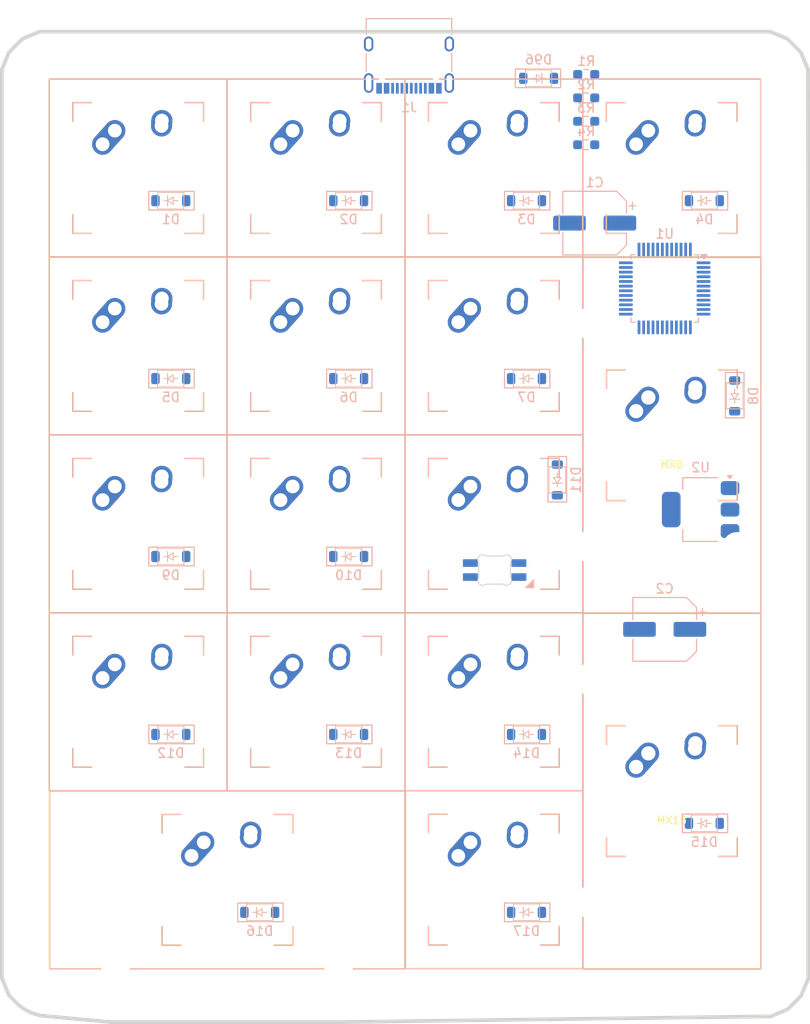
<source format=kicad_pcb>
(kicad_pcb (version 20240108) (generator "pcbnew") (generator_version "8.0")
  (layers (0 "F.Cu" signal) (31 "B.Cu" signal) (34 "B.Paste" user) (35 "F.Paste" user) (36 "B.SilkS" user "B.Silkscreen") (37 "F.SilkS" user "F.Silkscreen") (38 "B.Mask" user) (39 "F.Mask" user) (44 "Edge.Cuts" user))
  (net 0 "")
  (net 10 "Net-(U1-VSS-Pad23)")
  (net 43 "COL2")
  (net 44 "COL3")
  (net 45 "COL4")
  (net 46 "GND")
  (net 47 "Net-(D96-A)")
  (net 48 "Net-(J1-CC1)")
  (net 49 "Net-(J1-CC2)")
  (net 50 "COL1")
  (net 51 "Net-(J1-D+-PadA6)")
  (net 52 "Net-(J1-D--PadA7)")
  (net 53 "Net-(D1-A)")
  (net 58 "Net-(D2-A)")
  (net 59 "Net-(D3-A)")
  (net 60 "Net-(D4-A)")
  (net 61 "Net-(D5-A)")
  (net 62 "Net-(D6-A)")
  (net 63 "Net-(D7-A)")
  (net 64 "Net-(D8-A)")
  (net 65 "Net-(D9-A)")
  (net 66 "Net-(D10-A)")
  (net 67 "Net-(D11-A)")
  (net 68 "Net-(D12-A)")
  (net 69 "Net-(D13-A)")
  (net 70 "Net-(D14-A)")
  (net 71 "Net-(D15-A)")
  (net 72 "Net-(D16-A)")
  (net 73 "Net-(D17-A)")
  (net 74 "5V")
  (net 75 "D-")
  (net 76 "D+")
  (net 77 "ROW1")
  (net 78 "ROW2")
  (net 79 "ROW3")
  (net 80 "ROW4")
  (net 81 "ROW5")
  (net 82 "Net-(U2-GND)")
  (net 83 "3V3")
  (footprint "MX_Alps_Hybrid:MX-1U-NoLED" (layer "F.Cu") (at 57.15 95.25)
    (property "Reference" "MX13" (hide yes))
    (property "Value" "MX-NoLED")
    (pad "" np_thru_hole circle (at -5.08 0 48.0996) (size 1.75 1.75) (drill 1.75) (layers "*.Cu" "*.Mask"))
    (pad "" np_thru_hole circle (at 0 0) (size 3.9878 3.9878) (drill 3.9878) (layers "*.Cu" "*.Mask"))
    (pad "" np_thru_hole circle (at 5.08 0 48.0996) (size 1.75 1.75) (drill 1.75) (layers "*.Cu" "*.Mask"))
    (pad "1" thru_hole oval (at -3.81 -2.54 48.0996) (size 4.211556 2.25) (drill 1.47 (offset 0.980778 0)) (layers "*.Cu" "B.Mask") (net 43 "COL2"))
    (pad "1" thru_hole circle (at -2.5 -4) (size 2.25 2.25) (drill 1.47) (layers "*.Cu" "B.Mask") (net 43 "COL2"))
    (pad "2" thru_hole oval (at 2.5 -4.5 86.0548) (size 2.831378 2.25) (drill 1.47 (offset 0.290689 0)) (layers "*.Cu" "B.Mask") (net 69 "Net-(D13-A)"))
    (pad "2" thru_hole circle (at 2.54 -5.08) (size 2.25 2.25) (drill 1.47) (layers "*.Cu" "B.Mask") (net 69 "Net-(D13-A)"))
  )
  (footprint "MX_Alps_Hybrid:MX-1U-NoLED" (layer "F.Cu") (at 95.25 38.1)
    (property "Reference" "MX4" (hide yes))
    (property "Value" "MX-NoLED")
    (pad "" np_thru_hole circle (at -5.08 0 48.0996) (size 1.75 1.75) (drill 1.75) (layers "*.Cu" "*.Mask"))
    (pad "" np_thru_hole circle (at 0 0) (size 3.9878 3.9878) (drill 3.9878) (layers "*.Cu" "*.Mask"))
    (pad "" np_thru_hole circle (at 5.08 0 48.0996) (size 1.75 1.75) (drill 1.75) (layers "*.Cu" "*.Mask"))
    (pad "1" thru_hole oval (at -3.81 -2.54 48.0996) (size 4.211556 2.25) (drill 1.47 (offset 0.980778 0)) (layers "*.Cu" "B.Mask") (net 45 "COL4"))
    (pad "1" thru_hole circle (at -2.5 -4) (size 2.25 2.25) (drill 1.47) (layers "*.Cu" "B.Mask") (net 45 "COL4"))
    (pad "2" thru_hole oval (at 2.5 -4.5 86.0548) (size 2.831378 2.25) (drill 1.47 (offset 0.290689 0)) (layers "*.Cu" "B.Mask") (net 60 "Net-(D4-A)"))
    (pad "2" thru_hole circle (at 2.54 -5.08) (size 2.25 2.25) (drill 1.47) (layers "*.Cu" "B.Mask") (net 60 "Net-(D4-A)"))
  )
  (footprint "MX_Alps_Hybrid:MX-1U-NoLED" (layer "F.Cu") (at 76.2 38.1)
    (property "Reference" "MX3" (hide yes))
    (property "Value" "MX-NoLED")
    (pad "" np_thru_hole circle (at -5.08 0 48.0996) (size 1.75 1.75) (drill 1.75) (layers "*.Cu" "*.Mask"))
    (pad "" np_thru_hole circle (at 0 0) (size 3.9878 3.9878) (drill 3.9878) (layers "*.Cu" "*.Mask"))
    (pad "" np_thru_hole circle (at 5.08 0 48.0996) (size 1.75 1.75) (drill 1.75) (layers "*.Cu" "*.Mask"))
    (pad "1" thru_hole oval (at -3.81 -2.54 48.0996) (size 4.211556 2.25) (drill 1.47 (offset 0.980778 0)) (layers "*.Cu" "B.Mask") (net 44 "COL3"))
    (pad "1" thru_hole circle (at -2.5 -4) (size 2.25 2.25) (drill 1.47) (layers "*.Cu" "B.Mask") (net 44 "COL3"))
    (pad "2" thru_hole oval (at 2.5 -4.5 86.0548) (size 2.831378 2.25) (drill 1.47 (offset 0.290689 0)) (layers "*.Cu" "B.Mask") (net 59 "Net-(D3-A)"))
    (pad "2" thru_hole circle (at 2.54 -5.08) (size 2.25 2.25) (drill 1.47) (layers "*.Cu" "B.Mask") (net 59 "Net-(D3-A)"))
  )
  (footprint "MX_Alps_Hybrid:MX-1U-NoLED" (layer "F.Cu") (at 38.1 76.2)
    (property "Reference" "MX9" (hide yes))
    (property "Value" "MX-NoLED")
    (pad "" np_thru_hole circle (at -5.08 0 48.0996) (size 1.75 1.75) (drill 1.75) (layers "*.Cu" "*.Mask"))
    (pad "" np_thru_hole circle (at 0 0) (size 3.9878 3.9878) (drill 3.9878) (layers "*.Cu" "*.Mask"))
    (pad "" np_thru_hole circle (at 5.08 0 48.0996) (size 1.75 1.75) (drill 1.75) (layers "*.Cu" "*.Mask"))
    (pad "1" thru_hole oval (at -3.81 -2.54 48.0996) (size 4.211556 2.25) (drill 1.47 (offset 0.980778 0)) (layers "*.Cu" "B.Mask") (net 50 "COL1"))
    (pad "1" thru_hole circle (at -2.5 -4) (size 2.25 2.25) (drill 1.47) (layers "*.Cu" "B.Mask") (net 50 "COL1"))
    (pad "2" thru_hole oval (at 2.5 -4.5 86.0548) (size 2.831378 2.25) (drill 1.47 (offset 0.290689 0)) (layers "*.Cu" "B.Mask") (net 65 "Net-(D9-A)"))
    (pad "2" thru_hole circle (at 2.54 -5.08) (size 2.25 2.25) (drill 1.47) (layers "*.Cu" "B.Mask") (net 65 "Net-(D9-A)"))
  )
  (footprint "MX_Alps_Hybrid:MX-1U-NoLED" (layer "F.Cu") (at 57.15 76.2)
    (property "Reference" "MX10" (hide yes))
    (property "Value" "MX-NoLED")
    (pad "" np_thru_hole circle (at -5.08 0 48.0996) (size 1.75 1.75) (drill 1.75) (layers "*.Cu" "*.Mask"))
    (pad "" np_thru_hole circle (at 0 0) (size 3.9878 3.9878) (drill 3.9878) (layers "*.Cu" "*.Mask"))
    (pad "" np_thru_hole circle (at 5.08 0 48.0996) (size 1.75 1.75) (drill 1.75) (layers "*.Cu" "*.Mask"))
    (pad "1" thru_hole oval (at -3.81 -2.54 48.0996) (size 4.211556 2.25) (drill 1.47 (offset 0.980778 0)) (layers "*.Cu" "B.Mask") (net 43 "COL2"))
    (pad "1" thru_hole circle (at -2.5 -4) (size 2.25 2.25) (drill 1.47) (layers "*.Cu" "B.Mask") (net 43 "COL2"))
    (pad "2" thru_hole oval (at 2.5 -4.5 86.0548) (size 2.831378 2.25) (drill 1.47 (offset 0.290689 0)) (layers "*.Cu" "B.Mask") (net 66 "Net-(D10-A)"))
    (pad "2" thru_hole circle (at 2.54 -5.08) (size 2.25 2.25) (drill 1.47) (layers "*.Cu" "B.Mask") (net 66 "Net-(D10-A)"))
  )
  (footprint "MX_Alps_Hybrid:MX-1U-NoLED" (layer "F.Cu") (at 76.2 57.15)
    (property "Reference" "MX7" (hide yes))
    (property "Value" "MX-NoLED")
    (pad "" np_thru_hole circle (at -5.08 0 48.0996) (size 1.75 1.75) (drill 1.75) (layers "*.Cu" "*.Mask"))
    (pad "" np_thru_hole circle (at 0 0) (size 3.9878 3.9878) (drill 3.9878) (layers "*.Cu" "*.Mask"))
    (pad "" np_thru_hole circle (at 5.08 0 48.0996) (size 1.75 1.75) (drill 1.75) (layers "*.Cu" "*.Mask"))
    (pad "1" thru_hole oval (at -3.81 -2.54 48.0996) (size 4.211556 2.25) (drill 1.47 (offset 0.980778 0)) (layers "*.Cu" "B.Mask") (net 44 "COL3"))
    (pad "1" thru_hole circle (at -2.5 -4) (size 2.25 2.25) (drill 1.47) (layers "*.Cu" "B.Mask") (net 44 "COL3"))
    (pad "2" thru_hole oval (at 2.5 -4.5 86.0548) (size 2.831378 2.25) (drill 1.47 (offset 0.290689 0)) (layers "*.Cu" "B.Mask") (net 63 "Net-(D7-A)"))
    (pad "2" thru_hole circle (at 2.54 -5.08) (size 2.25 2.25) (drill 1.47) (layers "*.Cu" "B.Mask") (net 63 "Net-(D7-A)"))
  )
  (footprint "MX_Alps_Hybrid:MX-Alps-Hybrid-2U-Vertical" (layer "F.Cu") (at 95.25 66.675)
    (property "Reference" "MX8" (at 0 3.175 0) (layer "F.SilkS") (effects (font (size 0.8 0.8))))
    (property "Value" "MX-NoLED")
    (pad "" np_thru_hole circle (at -8.255 -11.938) (size 3.9878 3.9878) (drill 3.9878) (layers "*.Cu" "*.Mask"))
    (pad "" np_thru_hole circle (at -8.255 11.938) (size 3.9878 3.9878) (drill 3.9878) (layers "*.Cu" "*.Mask"))
    (pad "" np_thru_hole circle (at -5.08 0 48.099) (size 1.7018 1.7018) (drill 1.7018) (layers "F&B.Cu" "*.Mask"))
    (pad "" np_thru_hole circle (at 0 0) (size 3.9878 3.9878) (drill 3.9878) (layers "*.Cu" "*.Mask"))
    (pad "" np_thru_hole circle (at 5.08 0 48.099) (size 1.7018 1.7018) (drill 1.7018) (layers "F&B.Cu" "*.Mask"))
    (pad "" np_thru_hole circle (at 6.985 -11.938) (size 3.048 3.048) (drill 3.048) (layers "*.Cu" "*.Mask"))
    (pad "" np_thru_hole circle (at 6.985 11.938) (size 3.048 3.048) (drill 3.048) (layers "*.Cu" "*.Mask"))
    (pad "1" thru_hole oval (at -3.81 -2.54 48.099) (size 4.261556 2.3) (drill 1.524 (offset 0.980778 0)) (layers "*.Cu" "B.Mask") (net 45 "COL4"))
    (pad "1" thru_hole circle (at -2.5 -4) (size 2.3 2.3) (drill 1.524) (layers "*.Cu" "B.Mask") (net 45 "COL4"))
    (pad "2" thru_hole oval (at 2.5 -4.5 86.054) (size 2.881378 2.3) (drill 1.524 (offset 0.290689 0)) (layers "*.Cu" "B.Mask") (net 64 "Net-(D8-A)"))
    (pad "2" thru_hole circle (at 2.54 -5.08) (size 2.3 2.3) (drill 1.524) (layers "*.Cu" "B.Mask") (net 64 "Net-(D8-A)"))
  )
  (footprint "MX_Alps_Hybrid:MX-2U-NoLED" (layer "F.Cu") (at 47.625 114.3)
    (property "Reference" "MX16" (hide yes))
    (property "Value" "MX-NoLED")
    (pad "" np_thru_hole circle (at -11.938 -6.985) (size 3.048 3.048) (drill 3.048) (layers "*.Cu" "*.Mask"))
    (pad "" np_thru_hole circle (at -11.938 8.255) (size 3.9878 3.9878) (drill 3.9878) (layers "*.Cu" "*.Mask"))
    (pad "" np_thru_hole circle (at -5.08 0 48.0996) (size 1.75 1.75) (drill 1.75) (layers "*.Cu" "*.Mask"))
    (pad "" np_thru_hole circle (at 0 0) (size 3.9878 3.9878) (drill 3.9878) (layers "*.Cu" "*.Mask"))
    (pad "" np_thru_hole circle (at 5.08 0 48.0996) (size 1.75 1.75) (drill 1.75) (layers "*.Cu" "*.Mask"))
    (pad "" np_thru_hole circle (at 11.938 -6.985) (size 3.048 3.048) (drill 3.048) (layers "*.Cu" "*.Mask"))
    (pad "" np_thru_hole circle (at 11.938 8.255) (size 3.9878 3.9878) (drill 3.9878) (layers "*.Cu" "*.Mask"))
    (pad "1" thru_hole oval (at -3.81 -2.54 48.0996) (size 4.211556 2.25) (drill 1.47 (offset 0.980778 0)) (layers "*.Cu" "B.Mask") (net 50 "COL1"))
    (pad "1" thru_hole circle (at -2.5 -4) (size 2.25 2.25) (drill 1.47) (layers "*.Cu" "B.Mask") (net 50 "COL1"))
    (pad "2" thru_hole oval (at 2.5 -4.5 86.0548) (size 2.831378 2.25) (drill 1.47 (offset 0.290689 0)) (layers "*.Cu" "B.Mask") (net 72 "Net-(D16-A)"))
    (pad "2" thru_hole circle (at 2.54 -5.08) (size 2.25 2.25) (drill 1.47) (layers "*.Cu" "B.Mask") (net 72 "Net-(D16-A)"))
  )
  (footprint "MX_Alps_Hybrid:MX-1U-NoLED" (layer "F.Cu") (at 38.1 38.1)
    (property "Reference" "MX1" (hide yes))
    (property "Value" "MX-NoLED")
    (pad "" np_thru_hole circle (at -5.08 0 48.0996) (size 1.75 1.75) (drill 1.75) (layers "*.Cu" "*.Mask"))
    (pad "" np_thru_hole circle (at 0 0) (size 3.9878 3.9878) (drill 3.9878) (layers "*.Cu" "*.Mask"))
    (pad "" np_thru_hole circle (at 5.08 0 48.0996) (size 1.75 1.75) (drill 1.75) (layers "*.Cu" "*.Mask"))
    (pad "1" thru_hole oval (at -3.81 -2.54 48.0996) (size 4.211556 2.25) (drill 1.47 (offset 0.980778 0)) (layers "*.Cu" "B.Mask") (net 50 "COL1"))
    (pad "1" thru_hole circle (at -2.5 -4) (size 2.25 2.25) (drill 1.47) (layers "*.Cu" "B.Mask") (net 50 "COL1"))
    (pad "2" thru_hole oval (at 2.5 -4.5 86.0548) (size 2.831378 2.25) (drill 1.47 (offset 0.290689 0)) (layers "*.Cu" "B.Mask") (net 53 "Net-(D1-A)"))
    (pad "2" thru_hole circle (at 2.54 -5.08) (size 2.25 2.25) (drill 1.47) (layers "*.Cu" "B.Mask") (net 53 "Net-(D1-A)"))
  )
  (footprint "MX_Alps_Hybrid:MX-1U-NoLED" (layer "F.Cu") (at 38.1 95.25)
    (property "Reference" "MX12" (hide yes))
    (property "Value" "MX-NoLED")
    (pad "" np_thru_hole circle (at -5.08 0 48.0996) (size 1.75 1.75) (drill 1.75) (layers "*.Cu" "*.Mask"))
    (pad "" np_thru_hole circle (at 0 0) (size 3.9878 3.9878) (drill 3.9878) (layers "*.Cu" "*.Mask"))
    (pad "" np_thru_hole circle (at 5.08 0 48.0996) (size 1.75 1.75) (drill 1.75) (layers "*.Cu" "*.Mask"))
    (pad "1" thru_hole oval (at -3.81 -2.54 48.0996) (size 4.211556 2.25) (drill 1.47 (offset 0.980778 0)) (layers "*.Cu" "B.Mask") (net 50 "COL1"))
    (pad "1" thru_hole circle (at -2.5 -4) (size 2.25 2.25) (drill 1.47) (layers "*.Cu" "B.Mask") (net 50 "COL1"))
    (pad "2" thru_hole oval (at 2.5 -4.5 86.0548) (size 2.831378 2.25) (drill 1.47 (offset 0.290689 0)) (layers "*.Cu" "B.Mask") (net 68 "Net-(D12-A)"))
    (pad "2" thru_hole circle (at 2.54 -5.08) (size 2.25 2.25) (drill 1.47) (layers "*.Cu" "B.Mask") (net 68 "Net-(D12-A)"))
  )
  (footprint "kicad-keyboard-parts:MX_SK6812MINI-E" (layer "F.Cu") (at 76.2875 76.072501)
    (property "Reference" "D18" (hide yes))
    (property "Value" "SK6812MINI-E")
    (fp_line (start -1.699999 5.782841) (end -1.699999 4.377157) (stroke (width 0.1)) (layer "Edge.Cuts"))
    (fp_line (start -0.794452 3.58) (end 0.794453 3.58) (stroke (width 0.1)) (layer "Edge.Cuts"))
    (fp_line (start 0.794452 6.579999) (end -0.794452 6.579999) (stroke (width 0.1)) (layer "Edge.Cuts"))
    (fp_line (start 1.699999 4.377157) (end 1.699999 5.782841) (stroke (width 0.1)) (layer "Edge.Cuts"))
    (fp_arc (start -1.749484 4.160279) (mid -1.712527 4.265931) (end -1.699999 4.377157) (stroke (width 0.1)) (layer "Edge.Cuts"))
    (fp_arc (start -1.749484 4.160279) (mid -1.638071 3.575964) (end -1.046711 3.5117) (stroke (width 0.1)) (layer "Edge.Cuts"))
    (fp_arc (start -1.699999 5.782842) (mid -1.712527 5.894067) (end -1.749484 5.999719) (stroke (width 0.1)) (layer "Edge.Cuts"))
    (fp_arc (start -1.046711 6.648296) (mid -1.63807 6.584033) (end -1.749484 5.999719) (stroke (width 0.1)) (layer "Edge.Cuts"))
    (fp_arc (start -1.04671 6.648298) (mid -0.925122 6.597376) (end -0.794452 6.579999) (stroke (width 0.1)) (layer "Edge.Cuts"))
    (fp_arc (start -0.794453 3.579999) (mid -0.925123 3.562622) (end -1.046711 3.5117) (stroke (width 0.1)) (layer "Edge.Cuts"))
    (fp_arc (start 0.794452 6.579999) (mid 0.925123 6.597376) (end 1.046711 6.648298) (stroke (width 0.1)) (layer "Edge.Cuts"))
    (fp_arc (start 1.046711 3.511701) (mid 0.925123 3.562623) (end 0.794453 3.58) (stroke (width 0.1)) (layer "Edge.Cuts"))
    (fp_arc (start 1.046711 3.511701) (mid 1.638071 3.575965) (end 1.749484 4.160279) (stroke (width 0.1)) (layer "Edge.Cuts"))
    (fp_arc (start 1.699999 4.377156) (mid 1.712527 4.265931) (end 1.749484 4.160279) (stroke (width 0.1)) (layer "Edge.Cuts"))
    (fp_arc (start 1.749484 5.999718) (mid 1.638072 6.584034) (end 1.046711 6.648298) (stroke (width 0.1)) (layer "Edge.Cuts"))
    (fp_arc (start 1.749484 5.999719) (mid 1.712527 5.894067) (end 1.699999 5.782841) (stroke (width 0.1)) (layer "Edge.Cuts"))
    (pad "1" smd roundrect (at -2.6 4.329999 270) (size 0.82 1.6) (layers "B.Cu" "B.Paste" "B.Mask") (roundrect_rratio 0.1))
    (pad "2" smd roundrect (at -2.6 5.829999 270) (size 0.82 1.6) (layers "B.Cu" "B.Paste" "B.Mask") (roundrect_rratio 0.1))
    (pad "3" smd roundrect (at 2.6 5.829999 270) (size 0.82 1.6) (layers "B.Cu" "B.Paste" "B.Mask") (roundrect_rratio 0.1))
    (pad "4" smd roundrect (at 2.6 4.329999 270) (size 0.82 1.6) (layers "B.Cu" "B.Paste" "B.Mask") (roundrect_rratio 0.1))
  )
  (footprint "MX_Alps_Hybrid:MX-Alps-Hybrid-2U-Vertical" (layer "F.Cu") (at 95.25 104.775)
    (property "Reference" "MX15" (at 0 3.175 0) (layer "F.SilkS") (effects (font (size 0.8 0.8))))
    (property "Value" "MX-NoLED")
    (pad "" np_thru_hole circle (at -8.255 -11.938) (size 3.9878 3.9878) (drill 3.9878) (layers "*.Cu" "*.Mask"))
    (pad "" np_thru_hole circle (at -8.255 11.938) (size 3.9878 3.9878) (drill 3.9878) (layers "*.Cu" "*.Mask"))
    (pad "" np_thru_hole circle (at -5.08 0 48.099) (size 1.7018 1.7018) (drill 1.7018) (layers "F&B.Cu" "*.Mask"))
    (pad "" np_thru_hole circle (at 0 0) (size 3.9878 3.9878) (drill 3.9878) (layers "*.Cu" "*.Mask"))
    (pad "" np_thru_hole circle (at 5.08 0 48.099) (size 1.7018 1.7018) (drill 1.7018) (layers "F&B.Cu" "*.Mask"))
    (pad "" np_thru_hole circle (at 6.985 -11.938) (size 3.048 3.048) (drill 3.048) (layers "*.Cu" "*.Mask"))
    (pad "" np_thru_hole circle (at 6.985 11.938) (size 3.048 3.048) (drill 3.048) (layers "*.Cu" "*.Mask"))
    (pad "1" thru_hole oval (at -3.81 -2.54 48.099) (size 4.261556 2.3) (drill 1.524 (offset 0.980778 0)) (layers "*.Cu" "B.Mask") (net 45 "COL4"))
    (pad "1" thru_hole circle (at -2.5 -4) (size 2.3 2.3) (drill 1.524) (layers "*.Cu" "B.Mask") (net 45 "COL4"))
    (pad "2" thru_hole oval (at 2.5 -4.5 86.054) (size 2.881378 2.3) (drill 1.524 (offset 0.290689 0)) (layers "*.Cu" "B.Mask") (net 71 "Net-(D15-A)"))
    (pad "2" thru_hole circle (at 2.54 -5.08) (size 2.3 2.3) (drill 1.524) (layers "*.Cu" "B.Mask") (net 71 "Net-(D15-A)"))
  )
  (footprint "MX_Alps_Hybrid:MX-1U-NoLED" (layer "F.Cu") (at 57.15 38.1)
    (property "Reference" "MX2" (hide yes))
    (property "Value" "MX-NoLED")
    (pad "" np_thru_hole circle (at -5.08 0 48.0996) (size 1.75 1.75) (drill 1.75) (layers "*.Cu" "*.Mask"))
    (pad "" np_thru_hole circle (at 0 0) (size 3.9878 3.9878) (drill 3.9878) (layers "*.Cu" "*.Mask"))
    (pad "" np_thru_hole circle (at 5.08 0 48.0996) (size 1.75 1.75) (drill 1.75) (layers "*.Cu" "*.Mask"))
    (pad "1" thru_hole oval (at -3.81 -2.54 48.0996) (size 4.211556 2.25) (drill 1.47 (offset 0.980778 0)) (layers "*.Cu" "B.Mask") (net 43 "COL2"))
    (pad "1" thru_hole circle (at -2.5 -4) (size 2.25 2.25) (drill 1.47) (layers "*.Cu" "B.Mask") (net 43 "COL2"))
    (pad "2" thru_hole oval (at 2.5 -4.5 86.0548) (size 2.831378 2.25) (drill 1.47 (offset 0.290689 0)) (layers "*.Cu" "B.Mask") (net 58 "Net-(D2-A)"))
    (pad "2" thru_hole circle (at 2.54 -5.08) (size 2.25 2.25) (drill 1.47) (layers "*.Cu" "B.Mask") (net 58 "Net-(D2-A)"))
  )
  (footprint "MX_Alps_Hybrid:MX-1U-NoLED" (layer "F.Cu") (at 76.2 114.3)
    (property "Reference" "MX17" (hide yes))
    (property "Value" "MX-NoLED")
    (pad "" np_thru_hole circle (at -5.08 0 48.0996) (size 1.75 1.75) (drill 1.75) (layers "*.Cu" "*.Mask"))
    (pad "" np_thru_hole circle (at 0 0) (size 3.9878 3.9878) (drill 3.9878) (layers "*.Cu" "*.Mask"))
    (pad "" np_thru_hole circle (at 5.08 0 48.0996) (size 1.75 1.75) (drill 1.75) (layers "*.Cu" "*.Mask"))
    (pad "1" thru_hole oval (at -3.81 -2.54 48.0996) (size 4.211556 2.25) (drill 1.47 (offset 0.980778 0)) (layers "*.Cu" "B.Mask") (net 44 "COL3"))
    (pad "1" thru_hole circle (at -2.5 -4) (size 2.25 2.25) (drill 1.47) (layers "*.Cu" "B.Mask") (net 44 "COL3"))
    (pad "2" thru_hole oval (at 2.5 -4.5 86.0548) (size 2.831378 2.25) (drill 1.47 (offset 0.290689 0)) (layers "*.Cu" "B.Mask") (net 73 "Net-(D17-A)"))
    (pad "2" thru_hole circle (at 2.54 -5.08) (size 2.25 2.25) (drill 1.47) (layers "*.Cu" "B.Mask") (net 73 "Net-(D17-A)"))
  )
  (footprint "MX_Alps_Hybrid:MX-1U-NoLED" (layer "F.Cu") (at 76.2 76.2)
    (property "Reference" "MX11" (hide yes))
    (property "Value" "MX-NoLED")
    (pad "" np_thru_hole circle (at -5.08 0 48.0996) (size 1.75 1.75) (drill 1.75) (layers "*.Cu" "*.Mask"))
    (pad "" np_thru_hole circle (at 0 0) (size 3.9878 3.9878) (drill 3.9878) (layers "*.Cu" "*.Mask"))
    (pad "" np_thru_hole circle (at 5.08 0 48.0996) (size 1.75 1.75) (drill 1.75) (layers "*.Cu" "*.Mask"))
    (pad "1" thru_hole oval (at -3.81 -2.54 48.0996) (size 4.211556 2.25) (drill 1.47 (offset 0.980778 0)) (layers "*.Cu" "B.Mask") (net 44 "COL3"))
    (pad "1" thru_hole circle (at -2.5 -4) (size 2.25 2.25) (drill 1.47) (layers "*.Cu" "B.Mask") (net 44 "COL3"))
    (pad "2" thru_hole oval (at 2.5 -4.5 86.0548) (size 2.831378 2.25) (drill 1.47 (offset 0.290689 0)) (layers "*.Cu" "B.Mask") (net 67 "Net-(D11-A)"))
    (pad "2" thru_hole circle (at 2.54 -5.08) (size 2.25 2.25) (drill 1.47) (layers "*.Cu" "B.Mask") (net 67 "Net-(D11-A)"))
  )
  (footprint "MX_Alps_Hybrid:MX-1U-NoLED" (layer "F.Cu") (at 38.1 57.15)
    (property "Reference" "MX5" (hide yes))
    (property "Value" "MX-NoLED")
    (pad "" np_thru_hole circle (at -5.08 0 48.0996) (size 1.75 1.75) (drill 1.75) (layers "*.Cu" "*.Mask"))
    (pad "" np_thru_hole circle (at 0 0) (size 3.9878 3.9878) (drill 3.9878) (layers "*.Cu" "*.Mask"))
    (pad "" np_thru_hole circle (at 5.08 0 48.0996) (size 1.75 1.75) (drill 1.75) (layers "*.Cu" "*.Mask"))
    (pad "1" thru_hole oval (at -3.81 -2.54 48.0996) (size 4.211556 2.25) (drill 1.47 (offset 0.980778 0)) (layers "*.Cu" "B.Mask") (net 50 "COL1"))
    (pad "1" thru_hole circle (at -2.5 -4) (size 2.25 2.25) (drill 1.47) (layers "*.Cu" "B.Mask") (net 50 "COL1"))
    (pad "2" thru_hole oval (at 2.5 -4.5 86.0548) (size 2.831378 2.25) (drill 1.47 (offset 0.290689 0)) (layers "*.Cu" "B.Mask") (net 61 "Net-(D5-A)"))
    (pad "2" thru_hole circle (at 2.54 -5.08) (size 2.25 2.25) (drill 1.47) (layers "*.Cu" "B.Mask") (net 61 "Net-(D5-A)"))
  )
  (footprint "MX_Alps_Hybrid:MX-1U-NoLED" (layer "F.Cu") (at 57.15 57.15)
    (property "Reference" "MX6" (hide yes))
    (property "Value" "MX-NoLED")
    (pad "" np_thru_hole circle (at -5.08 0 48.0996) (size 1.75 1.75) (drill 1.75) (layers "*.Cu" "*.Mask"))
    (pad "" np_thru_hole circle (at 0 0) (size 3.9878 3.9878) (drill 3.9878) (layers "*.Cu" "*.Mask"))
    (pad "" np_thru_hole circle (at 5.08 0 48.0996) (size 1.75 1.75) (drill 1.75) (layers "*.Cu" "*.Mask"))
    (pad "1" thru_hole oval (at -3.81 -2.54 48.0996) (size 4.211556 2.25) (drill 1.47 (offset 0.980778 0)) (layers "*.Cu" "B.Mask") (net 43 "COL2"))
    (pad "1" thru_hole circle (at -2.5 -4) (size 2.25 2.25) (drill 1.47) (layers "*.Cu" "B.Mask") (net 43 "COL2"))
    (pad "2" thru_hole oval (at 2.5 -4.5 86.0548) (size 2.831378 2.25) (drill 1.47 (offset 0.290689 0)) (layers "*.Cu" "B.Mask") (net 62 "Net-(D6-A)"))
    (pad "2" thru_hole circle (at 2.54 -5.08) (size 2.25 2.25) (drill 1.47) (layers "*.Cu" "B.Mask") (net 62 "Net-(D6-A)"))
  )
  (footprint "MX_Alps_Hybrid:MX-1U-NoLED" (layer "F.Cu") (at 76.2 95.25)
    (property "Reference" "MX14" (hide yes))
    (property "Value" "MX-NoLED")
    (pad "" np_thru_hole circle (at -5.08 0 48.0996) (size 1.75 1.75) (drill 1.75) (layers "*.Cu" "*.Mask"))
    (pad "" np_thru_hole circle (at 0 0) (size 3.9878 3.9878) (drill 3.9878) (layers "*.Cu" "*.Mask"))
    (pad "" np_thru_hole circle (at 5.08 0 48.0996) (size 1.75 1.75) (drill 1.75) (layers "*.Cu" "*.Mask"))
    (pad "1" thru_hole oval (at -3.81 -2.54 48.0996) (size 4.211556 2.25) (drill 1.47 (offset 0.980778 0)) (layers "*.Cu" "B.Mask") (net 44 "COL3"))
    (pad "1" thru_hole circle (at -2.5 -4) (size 2.25 2.25) (drill 1.47) (layers "*.Cu" "B.Mask") (net 44 "COL3"))
    (pad "2" thru_hole oval (at 2.5 -4.5 86.0548) (size 2.831378 2.25) (drill 1.47 (offset 0.290689 0)) (layers "*.Cu" "B.Mask") (net 70 "Net-(D14-A)"))
    (pad "2" thru_hole circle (at 2.54 -5.08) (size 2.25 2.25) (drill 1.47) (layers "*.Cu" "B.Mask") (net 70 "Net-(D14-A)"))
  )
  (footprint "D_SOD-123_A:D_SOD-123_A" (layer "B.Cu") (at 79.7 98.75)
    (property "Reference" "D14" (at 0 2 0) (layer "B.SilkS") (effects (justify mirror)))
    (property "Value" "1N4148W")
    (pad "1" smd roundrect (at -1.65 0) (size 0.9 1.2) (layers "B.Cu" "B.Paste" "B.Mask") (net 80 "ROW4"))
    (pad "2" smd roundrect (at 1.65 0) (size 0.9 1.2) (layers "B.Cu" "B.Paste" "B.Mask") (net 70 "Net-(D14-A)"))
  )
  (footprint "D_SOD-123_A:D_SOD-123_A" (layer "B.Cu") (at 79.7 117.8)
    (property "Reference" "D17" (at 0 2 0) (layer "B.SilkS") (effects (justify mirror)))
    (property "Value" "1N4148W")
    (pad "1" smd roundrect (at -1.65 0) (size 0.9 1.2) (layers "B.Cu" "B.Paste" "B.Mask") (net 81 "ROW5"))
    (pad "2" smd roundrect (at 1.65 0) (size 0.9 1.2) (layers "B.Cu" "B.Paste" "B.Mask") (net 73 "Net-(D17-A)"))
  )
  (footprint "Capacitor_SMD:CP_Elec_6.3x7.7" (layer "B.Cu") (at 94.5 87.5 180)
    (property "Reference" "C2" (at 0 4.35 180) (layer "B.SilkS") (effects (justify mirror)))
    (property "Value" "1uF")
    (pad "1" smd roundrect (at -2.7 0 180) (size 3.5 1.6) (layers "B.Cu" "B.Paste" "B.Mask") (roundrect_rratio 0.15625) (net 83 "3V3"))
    (pad "2" smd roundrect (at 2.7 0 180) (size 3.5 1.6) (layers "B.Cu" "B.Paste" "B.Mask") (roundrect_rratio 0.15625) (net 82 "Net-(U2-GND)"))
  )
  (footprint "Resistor_SMD:R_0603_1608Metric_Pad0.98x0.95mm_HandSolder" (layer "B.Cu") (at 86.095 30.59 180)
    (property "Reference" "R2" (at 0 1.43 180) (layer "B.SilkS") (effects (justify mirror)))
    (property "Value" "22R")
    (pad "1" smd roundrect (at -0.9125 0 180) (size 0.975 0.95) (layers "B.Cu" "B.Paste" "B.Mask") (net 51 "Net-(J1-D+-PadA6)"))
    (pad "2" smd roundrect (at 0.9125 0 180) (size 0.975 0.95) (layers "B.Cu" "B.Paste" "B.Mask") (net 76 "D+"))
  )
  (footprint "D_SOD-123_A:D_SOD-123_A" (layer "B.Cu") (at 60.65 98.75)
    (property "Reference" "D13" (at 0 2 0) (layer "B.SilkS") (effects (justify mirror)))
    (property "Value" "1N4148W")
    (pad "1" smd roundrect (at -1.65 0) (size 0.9 1.2) (layers "B.Cu" "B.Paste" "B.Mask") (net 80 "ROW4"))
    (pad "2" smd roundrect (at 1.65 0) (size 0.9 1.2) (layers "B.Cu" "B.Paste" "B.Mask") (net 69 "Net-(D13-A)"))
  )
  (footprint "D_SOD-123_A:D_SOD-123_A" (layer "B.Cu") (at 51.125 117.8)
    (property "Reference" "D16" (at 0 2 0) (layer "B.SilkS") (effects (justify mirror)))
    (property "Value" "1N4148W")
    (pad "1" smd roundrect (at -1.65 0) (size 0.9 1.2) (layers "B.Cu" "B.Paste" "B.Mask") (net 81 "ROW5"))
    (pad "2" smd roundrect (at 1.65 0) (size 0.9 1.2) (layers "B.Cu" "B.Paste" "B.Mask") (net 72 "Net-(D16-A)"))
  )
  (footprint "D_SOD-123_A:D_SOD-123_A" (layer "B.Cu") (at 60.65 79.7)
    (property "Reference" "D10" (at 0 2 0) (layer "B.SilkS") (effects (justify mirror)))
    (property "Value" "1N4148W")
    (pad "1" smd roundrect (at -1.65 0) (size 0.9 1.2) (layers "B.Cu" "B.Paste" "B.Mask") (net 79 "ROW3"))
    (pad "2" smd roundrect (at 1.65 0) (size 0.9 1.2) (layers "B.Cu" "B.Paste" "B.Mask") (net 66 "Net-(D10-A)"))
  )
  (footprint "D_SOD-123_A:D_SOD-123_A" (layer "B.Cu") (at 41.6 79.7)
    (property "Reference" "D9" (at 0 2 0) (layer "B.SilkS") (effects (justify mirror)))
    (property "Value" "1N4148W")
    (pad "1" smd roundrect (at -1.65 0) (size 0.9 1.2) (layers "B.Cu" "B.Paste" "B.Mask") (net 79 "ROW3"))
    (pad "2" smd roundrect (at 1.65 0) (size 0.9 1.2) (layers "B.Cu" "B.Paste" "B.Mask") (net 65 "Net-(D9-A)"))
  )
  (footprint "D_SOD-123_A:D_SOD-123_A" (layer "B.Cu") (at 83 71.5 90)
    (property "Reference" "D11" (at 0 2 270) (layer "B.SilkS") (effects (justify mirror)))
    (property "Value" "1N4148W")
    (pad "1" smd roundrect (at -1.65 0 90) (size 0.9 1.2) (layers "B.Cu" "B.Paste" "B.Mask") (net 79 "ROW3"))
    (pad "2" smd roundrect (at 1.65 0 90) (size 0.9 1.2) (layers "B.Cu" "B.Paste" "B.Mask") (net 67 "Net-(D11-A)"))
  )
  (footprint "Package_QFP:LQFP-48_7x7mm_P0.5mm" (layer "B.Cu") (at 94.5 51 180)
    (property "Reference" "U1" (at 0 5.85 180) (layer "B.SilkS") (effects (justify mirror)))
    (property "Value" "STM32F103CBTx")
    (pad "1" smd roundrect (at -4.1625 2.75 180) (size 1.475 0.3) (layers "B.Cu" "B.Paste" "B.Mask"))
    (pad "2" smd roundrect (at -4.1625 2.25 180) (size 1.475 0.3) (layers "B.Cu" "B.Paste" "B.Mask"))
    (pad "3" smd roundrect (at -4.1625 1.75 180) (size 1.475 0.3) (layers "B.Cu" "B.Paste" "B.Mask"))
    (pad "4" smd roundrect (at -4.1625 1.25 180) (size 1.475 0.3) (layers "B.Cu" "B.Paste" "B.Mask"))
    (pad "5" smd roundrect (at -4.1625 0.75 180) (size 1.475 0.3) (layers "B.Cu" "B.Paste" "B.Mask"))
    (pad "6" smd roundrect (at -4.1625 0.25 180) (size 1.475 0.3) (layers "B.Cu" "B.Paste" "B.Mask"))
    (pad "7" smd roundrect (at -4.1625 -0.25 180) (size 1.475 0.3) (layers "B.Cu" "B.Paste" "B.Mask"))
    (pad "8" smd roundrect (at -4.1625 -0.75 180) (size 1.475 0.3) (layers "B.Cu" "B.Paste" "B.Mask"))
    (pad "9" smd roundrect (at -4.1625 -1.25 180) (size 1.475 0.3) (layers "B.Cu" "B.Paste" "B.Mask"))
    (pad "10" smd roundrect (at -4.1625 -1.75 180) (size 1.475 0.3) (layers "B.Cu" "B.Paste" "B.Mask"))
    (pad "11" smd roundrect (at -4.1625 -2.25 180) (size 1.475 0.3) (layers "B.Cu" "B.Paste" "B.Mask"))
    (pad "12" smd roundrect (at -4.1625 -2.75 180) (size 1.475 0.3) (layers "B.Cu" "B.Paste" "B.Mask"))
    (pad "13" smd roundrect (at -2.75 -4.1625 180) (size 0.3 1.475) (layers "B.Cu" "B.Paste" "B.Mask"))
    (pad "14" smd roundrect (at -2.25 -4.1625 180) (size 0.3 1.475) (layers "B.Cu" "B.Paste" "B.Mask"))
    (pad "15" smd roundrect (at -1.75 -4.1625 180) (size 0.3 1.475) (layers "B.Cu" "B.Paste" "B.Mask"))
    (pad "16" smd roundrect (at -1.25 -4.1625 180) (size 0.3 1.475) (layers "B.Cu" "B.Paste" "B.Mask"))
    (pad "17" smd roundrect (at -0.75 -4.1625 180) (size 0.3 1.475) (layers "B.Cu" "B.Paste" "B.Mask"))
    (pad "18" smd roundrect (at -0.25 -4.1625 180) (size 0.3 1.475) (layers "B.Cu" "B.Paste" "B.Mask"))
    (pad "19" smd roundrect (at 0.25 -4.1625 180) (size 0.3 1.475) (layers "B.Cu" "B.Paste" "B.Mask"))
    (pad "20" smd roundrect (at 0.75 -4.1625 180) (size 0.3 1.475) (layers "B.Cu" "B.Paste" "B.Mask"))
    (pad "21" smd roundrect (at 1.25 -4.1625 180) (size 0.3 1.475) (layers "B.Cu" "B.Paste" "B.Mask"))
    (pad "22" smd roundrect (at 1.75 -4.1625 180) (size 0.3 1.475) (layers "B.Cu" "B.Paste" "B.Mask"))
    (pad "23" smd roundrect (at 2.25 -4.1625 180) (size 0.3 1.475) (layers "B.Cu" "B.Paste" "B.Mask") (net 10 "Net-(U1-VSS-Pad23)"))
    (pad "24" smd roundrect (at 2.75 -4.1625 180) (size 0.3 1.475) (layers "B.Cu" "B.Paste" "B.Mask"))
    (pad "25" smd roundrect (at 4.1625 -2.75 180) (size 1.475 0.3) (layers "B.Cu" "B.Paste" "B.Mask"))
    (pad "26" smd roundrect (at 4.1625 -2.25 180) (size 1.475 0.3) (layers "B.Cu" "B.Paste" "B.Mask"))
    (pad "27" smd roundrect (at 4.1625 -1.75 180) (size 1.475 0.3) (layers "B.Cu" "B.Paste" "B.Mask"))
    (pad "28" smd roundrect (at 4.1625 -1.25 180) (size 1.475 0.3) (layers "B.Cu" "B.Paste" "B.Mask"))
    (pad "29" smd roundrect (at 4.1625 -0.75 180) (size 1.475 0.3) (layers "B.Cu" "B.Paste" "B.Mask"))
    (pad "30" smd roundrect (at 4.1625 -0.25 180) (size 1.475 0.3) (layers "B.Cu" "B.Paste" "B.Mask"))
    (pad "31" smd roundrect (at 4.1625 0.25 180) (size 1.475 0.3) (layers "B.Cu" "B.Paste" "B.Mask"))
    (pad "32" smd roundrect (at 4.1625 0.75 180) (size 1.475 0.3) (layers "B.Cu" "B.Paste" "B.Mask"))
    (pad "33" smd roundrect (at 4.1625 1.25 180) (size 1.475 0.3) (layers "B.Cu" "B.Paste" "B.Mask"))
    (pad "34" smd roundrect (at 4.1625 1.75 180) (size 1.475 0.3) (layers "B.Cu" "B.Paste" "B.Mask"))
    (pad "35" smd roundrect (at 4.1625 2.25 180) (size 1.475 0.3) (layers "B.Cu" "B.Paste" "B.Mask") (net 10 "Net-(U1-VSS-Pad23)"))
    (pad "36" smd roundrect (at 4.1625 2.75 180) (size 1.475 0.3) (layers "B.Cu" "B.Paste" "B.Mask"))
    (pad "37" smd roundrect (at 2.75 4.1625 180) (size 0.3 1.475) (layers "B.Cu" "B.Paste" "B.Mask"))
    (pad "38" smd roundrect (at 2.25 4.1625 180) (size 0.3 1.475) (layers "B.Cu" "B.Paste" "B.Mask"))
    (pad "39" smd roundrect (at 1.75 4.1625 180) (size 0.3 1.475) (layers "B.Cu" "B.Paste" "B.Mask"))
    (pad "40" smd roundrect (at 1.25 4.1625 180) (size 0.3 1.475) (layers "B.Cu" "B.Paste" "B.Mask"))
    (pad "41" smd roundrect (at 0.75 4.1625 180) (size 0.3 1.475) (layers "B.Cu" "B.Paste" "B.Mask"))
    (pad "42" smd roundrect (at 0.25 4.1625 180) (size 0.3 1.475) (layers "B.Cu" "B.Paste" "B.Mask"))
    (pad "43" smd roundrect (at -0.25 4.1625 180) (size 0.3 1.475) (layers "B.Cu" "B.Paste" "B.Mask"))
    (pad "44" smd roundrect (at -0.75 4.1625 180) (size 0.3 1.475) (layers "B.Cu" "B.Paste" "B.Mask"))
    (pad "45" smd roundrect (at -1.25 4.1625 180) (size 0.3 1.475) (layers "B.Cu" "B.Paste" "B.Mask"))
    (pad "46" smd roundrect (at -1.75 4.1625 180) (size 0.3 1.475) (layers "B.Cu" "B.Paste" "B.Mask"))
    (pad "47" smd roundrect (at -2.25 4.1625 180) (size 0.3 1.475) (layers "B.Cu" "B.Paste" "B.Mask") (net 10 "Net-(U1-VSS-Pad23)"))
    (pad "48" smd roundrect (at -2.75 4.1625 180) (size 0.3 1.475) (layers "B.Cu" "B.Paste" "B.Mask"))
  )
  (footprint "D_SOD-123_A:D_SOD-123_A" (layer "B.Cu") (at 81 28.5 180)
    (property "Reference" "D96" (at 0 2 180) (layer "B.SilkS") (effects (justify mirror)))
    (property "Value" "1N5819")
    (pad "1" smd roundrect (at -1.65 0 180) (size 0.9 1.2) (layers "B.Cu" "B.Paste" "B.Mask") (net 74 "5V"))
    (pad "2" smd roundrect (at 1.65 0 180) (size 0.9 1.2) (layers "B.Cu" "B.Paste" "B.Mask") (net 47 "Net-(D96-A)"))
  )
  (footprint "D_SOD-123_A:D_SOD-123_A" (layer "B.Cu") (at 41.6 41.6)
    (property "Reference" "D1" (at 0 2 0) (layer "B.SilkS") (effects (justify mirror)))
    (property "Value" "1N4148W")
    (pad "1" smd roundrect (at -1.65 0) (size 0.9 1.2) (layers "B.Cu" "B.Paste" "B.Mask") (net 77 "ROW1"))
    (pad "2" smd roundrect (at 1.65 0) (size 0.9 1.2) (layers "B.Cu" "B.Paste" "B.Mask") (net 53 "Net-(D1-A)"))
  )
  (footprint "D_SOD-123_A:D_SOD-123_A" (layer "B.Cu") (at 79.7 60.65)
    (property "Reference" "D7" (at 0 2 0) (layer "B.SilkS") (effects (justify mirror)))
    (property "Value" "1N4148W")
    (pad "1" smd roundrect (at -1.65 0) (size 0.9 1.2) (layers "B.Cu" "B.Paste" "B.Mask") (net 78 "ROW2"))
    (pad "2" smd roundrect (at 1.65 0) (size 0.9 1.2) (layers "B.Cu" "B.Paste" "B.Mask") (net 63 "Net-(D7-A)"))
  )
  (footprint "Resistor_SMD:R_0603_1608Metric_Pad0.98x0.95mm_HandSolder" (layer "B.Cu") (at 86.095 33.1 180)
    (property "Reference" "R3" (at 0 1.43 180) (layer "B.SilkS") (effects (justify mirror)))
    (property "Value" "5K")
    (pad "1" smd roundrect (at -0.9125 0 180) (size 0.975 0.95) (layers "B.Cu" "B.Paste" "B.Mask") (net 48 "Net-(J1-CC1)"))
    (pad "2" smd roundrect (at 0.9125 0 180) (size 0.975 0.95) (layers "B.Cu" "B.Paste" "B.Mask") (net 46 "GND"))
  )
  (footprint "D_SOD-123_A:D_SOD-123_A" (layer "B.Cu") (at 79.7 41.6)
    (property "Reference" "D3" (at 0 2 0) (layer "B.SilkS") (effects (justify mirror)))
    (property "Value" "1N4148W")
    (pad "1" smd roundrect (at -1.65 0) (size 0.9 1.2) (layers "B.Cu" "B.Paste" "B.Mask") (net 77 "ROW1"))
    (pad "2" smd roundrect (at 1.65 0) (size 0.9 1.2) (layers "B.Cu" "B.Paste" "B.Mask") (net 59 "Net-(D3-A)"))
  )
  (footprint "Resistor_SMD:R_0603_1608Metric_Pad0.98x0.95mm_HandSolder" (layer "B.Cu") (at 86.095 35.61 180)
    (property "Reference" "R4" (at 0 1.43 180) (layer "B.SilkS") (effects (justify mirror)))
    (property "Value" "5K")
    (pad "1" smd roundrect (at -0.9125 0 180) (size 0.975 0.95) (layers "B.Cu" "B.Paste" "B.Mask") (net 49 "Net-(J1-CC2)"))
    (pad "2" smd roundrect (at 0.9125 0 180) (size 0.975 0.95) (layers "B.Cu" "B.Paste" "B.Mask") (net 46 "GND"))
  )
  (footprint "D_SOD-123_A:D_SOD-123_A" (layer "B.Cu") (at 60.65 41.6)
    (property "Reference" "D2" (at 0 2 0) (layer "B.SilkS") (effects (justify mirror)))
    (property "Value" "1N4148W")
    (pad "1" smd roundrect (at -1.65 0) (size 0.9 1.2) (layers "B.Cu" "B.Paste" "B.Mask") (net 77 "ROW1"))
    (pad "2" smd roundrect (at 1.65 0) (size 0.9 1.2) (layers "B.Cu" "B.Paste" "B.Mask") (net 58 "Net-(D2-A)"))
  )
  (footprint "D_SOD-123_A:D_SOD-123_A" (layer "B.Cu") (at 60.65 60.65)
    (property "Reference" "D6" (at 0 2 0) (layer "B.SilkS") (effects (justify mirror)))
    (property "Value" "1N4148W")
    (pad "1" smd roundrect (at -1.65 0) (size 0.9 1.2) (layers "B.Cu" "B.Paste" "B.Mask") (net 78 "ROW2"))
    (pad "2" smd roundrect (at 1.65 0) (size 0.9 1.2) (layers "B.Cu" "B.Paste" "B.Mask") (net 62 "Net-(D6-A)"))
  )
  (footprint "Capacitor_SMD:CP_Elec_6.3x7.7" (layer "B.Cu") (at 87 44 180)
    (property "Reference" "C1" (at 0 4.35 180) (layer "B.SilkS") (effects (justify mirror)))
    (property "Value" "1uF")
    (pad "1" smd roundrect (at -2.7 0 180) (size 3.5 1.6) (layers "B.Cu" "B.Paste" "B.Mask") (roundrect_rratio 0.15625) (net 74 "5V"))
    (pad "2" smd roundrect (at 2.7 0 180) (size 3.5 1.6) (layers "B.Cu" "B.Paste" "B.Mask") (roundrect_rratio 0.15625) (net 82 "Net-(U2-GND)"))
  )
  (footprint "D_SOD-123_A:D_SOD-123_A" (layer "B.Cu") (at 98.75 41.6)
    (property "Reference" "D4" (at 0 2 0) (layer "B.SilkS") (effects (justify mirror)))
    (property "Value" "1N4148W")
    (pad "1" smd roundrect (at -1.65 0) (size 0.9 1.2) (layers "B.Cu" "B.Paste" "B.Mask") (net 77 "ROW1"))
    (pad "2" smd roundrect (at 1.65 0) (size 0.9 1.2) (layers "B.Cu" "B.Paste" "B.Mask") (net 60 "Net-(D4-A)"))
  )
  (footprint "Connector_USB:USB_C_Receptacle_XKB_U262-16XN-4BVC11" (layer "B.Cu") (at 67.11 25.895)
    (property "Reference" "J1" (at 0 5.715 0) (layer "B.SilkS") (effects (justify mirror)))
    (property "Value" "USB_C_Receptacle_USB2.0_14P")
    (pad "" np_thru_hole circle (at -2.89 2.605) (size 0.65 0.65) (drill 0.65) (layers "*.Cu" "*.Mask"))
    (pad "" np_thru_hole circle (at 2.89 2.605) (size 0.65 0.65) (drill 0.65) (layers "*.Cu" "*.Mask"))
    (pad "A1" smd rect (at -3.35 3.67) (size 0.3 1.15) (layers "B.Cu" "B.Paste" "B.Mask") (net 46 "GND"))
    (pad "A4" smd rect (at -2.55 3.67) (size 0.3 1.15) (layers "B.Cu" "B.Paste" "B.Mask") (net 47 "Net-(D96-A)"))
    (pad "A5" smd rect (at -1.25 3.67) (size 0.3 1.15) (layers "B.Cu" "B.Paste" "B.Mask") (net 48 "Net-(J1-CC1)"))
    (pad "A6" smd rect (at -0.25 3.67) (size 0.3 1.15) (layers "B.Cu" "B.Paste" "B.Mask") (net 51 "Net-(J1-D+-PadA6)"))
    (pad "A7" smd rect (at 0.25 3.67) (size 0.3 1.15) (layers "B.Cu" "B.Paste" "B.Mask") (net 52 "Net-(J1-D--PadA7)"))
    (pad "A8" smd rect (at 1.25 3.67) (size 0.3 1.15) (layers "B.Cu" "B.Paste" "B.Mask"))
    (pad "A9" smd rect (at 2.55 3.67) (size 0.3 1.15) (layers "B.Cu" "B.Paste" "B.Mask") (net 47 "Net-(D96-A)"))
    (pad "A12" smd rect (at 3.35 3.67) (size 0.3 1.15) (layers "B.Cu" "B.Paste" "B.Mask") (net 46 "GND"))
    (pad "B1" smd rect (at 3.05 3.67) (size 0.3 1.15) (layers "B.Cu" "B.Paste" "B.Mask") (net 46 "GND"))
    (pad "B4" smd rect (at 2.25 3.67) (size 0.3 1.15) (layers "B.Cu" "B.Paste" "B.Mask") (net 47 "Net-(D96-A)"))
    (pad "B5" smd rect (at 1.75 3.67) (size 0.3 1.15) (layers "B.Cu" "B.Paste" "B.Mask") (net 49 "Net-(J1-CC2)"))
    (pad "B6" smd rect (at 0.75 3.67) (size 0.3 1.15) (layers "B.Cu" "B.Paste" "B.Mask") (net 51 "Net-(J1-D+-PadA6)"))
    (pad "B7" smd rect (at -0.75 3.67) (size 0.3 1.15) (layers "B.Cu" "B.Paste" "B.Mask") (net 52 "Net-(J1-D--PadA7)"))
    (pad "B8" smd rect (at -1.75 3.67) (size 0.3 1.15) (layers "B.Cu" "B.Paste" "B.Mask"))
    (pad "B9" smd rect (at -2.25 3.67) (size 0.3 1.15) (layers "B.Cu" "B.Paste" "B.Mask") (net 47 "Net-(D96-A)"))
    (pad "B12" smd rect (at -3.05 3.67) (size 0.3 1.15) (layers "B.Cu" "B.Paste" "B.Mask") (net 46 "GND"))
    (pad "S1" thru_hole oval (at -4.32 -1.075) (size 1 1.6) (drill oval 0.6 1.2) (layers "*.Cu" "*.Mask") (net 46 "GND"))
    (pad "S1" thru_hole oval (at -4.32 3.105) (size 1 2.1) (drill oval 0.6 1.7) (layers "*.Cu" "*.Mask") (net 46 "GND"))
    (pad "S1" thru_hole oval (at 4.32 -1.075) (size 1 1.6) (drill oval 0.6 1.2) (layers "*.Cu" "*.Mask") (net 46 "GND"))
    (pad "S1" thru_hole oval (at 4.32 3.105) (size 1 2.1) (drill oval 0.6 1.7) (layers "*.Cu" "*.Mask") (net 46 "GND"))
  )
  (footprint "D_SOD-123_A:D_SOD-123_A" (layer "B.Cu") (at 41.6 60.65)
    (property "Reference" "D5" (at 0 2 0) (layer "B.SilkS") (effects (justify mirror)))
    (property "Value" "1N4148W")
    (pad "1" smd roundrect (at -1.65 0) (size 0.9 1.2) (layers "B.Cu" "B.Paste" "B.Mask") (net 78 "ROW2"))
    (pad "2" smd roundrect (at 1.65 0) (size 0.9 1.2) (layers "B.Cu" "B.Paste" "B.Mask") (net 61 "Net-(D5-A)"))
  )
  (footprint "D_SOD-123_A:D_SOD-123_A" (layer "B.Cu") (at 102 62.5 90)
    (property "Reference" "D8" (at 0 2 270) (layer "B.SilkS") (effects (justify mirror)))
    (property "Value" "1N4148W")
    (pad "1" smd roundrect (at -1.65 0 90) (size 0.9 1.2) (layers "B.Cu" "B.Paste" "B.Mask") (net 78 "ROW2"))
    (pad "2" smd roundrect (at 1.65 0 90) (size 0.9 1.2) (layers "B.Cu" "B.Paste" "B.Mask") (net 64 "Net-(D8-A)"))
  )
  (footprint "D_SOD-123_A:D_SOD-123_A" (layer "B.Cu") (at 41.6 98.75)
    (property "Reference" "D12" (at 0 2 0) (layer "B.SilkS") (effects (justify mirror)))
    (property "Value" "1N4148W")
    (pad "1" smd roundrect (at -1.65 0) (size 0.9 1.2) (layers "B.Cu" "B.Paste" "B.Mask") (net 80 "ROW4"))
    (pad "2" smd roundrect (at 1.65 0) (size 0.9 1.2) (layers "B.Cu" "B.Paste" "B.Mask") (net 68 "Net-(D12-A)"))
  )
  (footprint "Package_TO_SOT_SMD:SOT-223-3_TabPin2" (layer "B.Cu") (at 98.35 74.674999 180)
    (property "Reference" "U2" (at 0 4.5 180) (layer "B.SilkS") (effects (justify mirror)))
    (property "Value" "AMS1117-3.3")
    (pad "1" smd roundrect (at -3.15 2.3 180) (size 2 1.5) (layers "B.Cu" "B.Paste" "B.Mask") (net 82 "Net-(U2-GND)"))
    (pad "2" smd roundrect (at -3.15 0 180) (size 2 1.5) (layers "B.Cu" "B.Paste" "B.Mask") (net 83 "3V3"))
    (pad "2" smd roundrect (at 3.15 0 180) (size 2 3.8) (layers "B.Cu" "B.Paste" "B.Mask") (net 83 "3V3"))
    (pad "3" smd roundrect (at -3.15 -2.3 180) (size 2 1.5) (layers "B.Cu" "B.Paste" "B.Mask") (net 74 "5V"))
  )
  (footprint "Resistor_SMD:R_0603_1608Metric_Pad0.98x0.95mm_HandSolder" (layer "B.Cu") (at 86.095 28.08 180)
    (property "Reference" "R1" (at 0 1.43 180) (layer "B.SilkS") (effects (justify mirror)))
    (property "Value" "22R")
    (pad "1" smd roundrect (at -0.9125 0 180) (size 0.975 0.95) (layers "B.Cu" "B.Paste" "B.Mask") (net 52 "Net-(J1-D--PadA7)"))
    (pad "2" smd roundrect (at 0.9125 0 180) (size 0.975 0.95) (layers "B.Cu" "B.Paste" "B.Mask") (net 75 "D-"))
  )
  (footprint "D_SOD-123_A:D_SOD-123_A" (layer "B.Cu") (at 98.75 108.275)
    (property "Reference" "D15" (at 0 2 0) (layer "B.SilkS") (effects (justify mirror)))
    (property "Value" "1N4148W")
    (pad "1" smd roundrect (at -1.65 0) (size 0.9 1.2) (layers "B.Cu" "B.Paste" "B.Mask") (net 80 "ROW4"))
    (pad "2" smd roundrect (at 1.65 0) (size 0.9 1.2) (layers "B.Cu" "B.Paste" "B.Mask") (net 71 "Net-(D15-A)"))
  )
  (gr_line (start 35.057717 129.538457) (end 27.672829 128.86153) (stroke (width 0.4)) (layer "Edge.Cuts"))
  (gr_line (start 27.672829 128.86153) (end 26.775248 128.605827) (stroke (width 0.4)) (layer "Edge.Cuts"))
  (gr_line (start 26.775248 128.605827) (end 25.94736 128.191883) (stroke (width 0.4)) (layer "Edge.Cuts"))
  (gr_line (start 23.5 27.549372) (end 24.261205 25.711662) (stroke (width 0.4)) (layer "Edge.Cuts"))
  (gr_line (start 59.882965 129.5489) (end 35.28604 129.5489) (stroke (width 0.4)) (layer "Edge.Cuts"))
  (gr_line (start 107.638338 24.261205) (end 109.087593 25.710459) (stroke (width 0.4)) (layer "Edge.Cuts"))
  (gr_line (start 109.113795 126.738338) (end 107.675564 128.17657) (stroke (width 0.4)) (layer "Edge.Cuts"))
  (gr_line (start 23.5 124.850628) (end 23.5 27.549372) (stroke (width 0.4)) (layer "Edge.Cuts"))
  (gr_line (start 27.549372 23.5) (end 105.800628 23.5) (stroke (width 0.4)) (layer "Edge.Cuts"))
  (gr_line (start 25.711662 24.261205) (end 27.549372 23.5) (stroke (width 0.4)) (layer "Edge.Cuts"))
  (gr_line (start 35.28604 129.5489) (end 35.057717 129.538457) (stroke (width 0.4)) (layer "Edge.Cuts"))
  (gr_line (start 109.875 47.640662) (end 109.875 124.900628) (stroke (width 0.4)) (layer "Edge.Cuts"))
  (gr_line (start 24.261205 126.688338) (end 23.5 124.850628) (stroke (width 0.4)) (layer "Edge.Cuts"))
  (gr_line (start 109.875 124.900628) (end 109.113795 126.738338) (stroke (width 0.4)) (layer "Edge.Cuts"))
  (gr_line (start 109.848696 27.544529) (end 109.875 47.640662) (stroke (width 0.4)) (layer "Edge.Cuts"))
  (gr_line (start 109.087593 25.710459) (end 109.848696 27.544529) (stroke (width 0.4)) (layer "Edge.Cuts"))
  (gr_line (start 105.800628 23.5) (end 107.638338 24.261205) (stroke (width 0.4)) (layer "Edge.Cuts"))
  (gr_line (start 25.94736 128.191883) (end 25.293405 127.720539) (stroke (width 0.4)) (layer "Edge.Cuts"))
  (gr_line (start 105.874818 128.936546) (end 59.882965 129.5489) (stroke (width 0.4)) (layer "Edge.Cuts"))
  (gr_line (start 24.261205 25.711662) (end 25.711662 24.261205) (stroke (width 0.4)) (layer "Edge.Cuts"))
  (gr_line (start 107.675564 128.17657) (end 105.874818 128.936546) (stroke (width 0.4)) (layer "Edge.Cuts"))
  (gr_line (start 25.293405 127.720539) (end 24.261205 126.688338) (stroke (width 0.4)) (layer "Edge.Cuts"))
)
</source>
